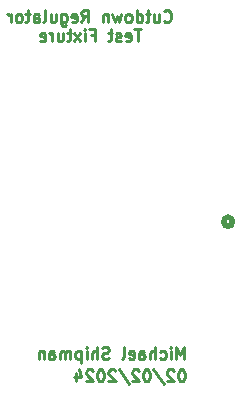
<source format=gbo>
%TF.GenerationSoftware,KiCad,Pcbnew,7.0.5-0*%
%TF.CreationDate,2024-02-02T21:32:53-05:00*%
%TF.ProjectId,Cutdown_Test,43757464-6f77-46e5-9f54-6573742e6b69,rev?*%
%TF.SameCoordinates,Original*%
%TF.FileFunction,Legend,Bot*%
%TF.FilePolarity,Positive*%
%FSLAX46Y46*%
G04 Gerber Fmt 4.6, Leading zero omitted, Abs format (unit mm)*
G04 Created by KiCad (PCBNEW 7.0.5-0) date 2024-02-02 21:32:53*
%MOMM*%
%LPD*%
G01*
G04 APERTURE LIST*
%ADD10C,0.250000*%
%ADD11C,0.508000*%
%ADD12C,0.182463*%
%ADD13C,0.002645*%
%ADD14C,2.200000*%
%ADD15C,2.000000*%
%ADD16C,0.900000*%
%ADD17R,1.700000X1.700000*%
%ADD18O,1.700000X1.700000*%
%ADD19C,0.889000*%
G04 APERTURE END LIST*
D10*
X144806955Y-118564619D02*
X144711717Y-118564619D01*
X144711717Y-118564619D02*
X144616479Y-118612238D01*
X144616479Y-118612238D02*
X144568860Y-118659857D01*
X144568860Y-118659857D02*
X144521241Y-118755095D01*
X144521241Y-118755095D02*
X144473622Y-118945571D01*
X144473622Y-118945571D02*
X144473622Y-119183666D01*
X144473622Y-119183666D02*
X144521241Y-119374142D01*
X144521241Y-119374142D02*
X144568860Y-119469380D01*
X144568860Y-119469380D02*
X144616479Y-119517000D01*
X144616479Y-119517000D02*
X144711717Y-119564619D01*
X144711717Y-119564619D02*
X144806955Y-119564619D01*
X144806955Y-119564619D02*
X144902193Y-119517000D01*
X144902193Y-119517000D02*
X144949812Y-119469380D01*
X144949812Y-119469380D02*
X144997431Y-119374142D01*
X144997431Y-119374142D02*
X145045050Y-119183666D01*
X145045050Y-119183666D02*
X145045050Y-118945571D01*
X145045050Y-118945571D02*
X144997431Y-118755095D01*
X144997431Y-118755095D02*
X144949812Y-118659857D01*
X144949812Y-118659857D02*
X144902193Y-118612238D01*
X144902193Y-118612238D02*
X144806955Y-118564619D01*
X144092669Y-118659857D02*
X144045050Y-118612238D01*
X144045050Y-118612238D02*
X143949812Y-118564619D01*
X143949812Y-118564619D02*
X143711717Y-118564619D01*
X143711717Y-118564619D02*
X143616479Y-118612238D01*
X143616479Y-118612238D02*
X143568860Y-118659857D01*
X143568860Y-118659857D02*
X143521241Y-118755095D01*
X143521241Y-118755095D02*
X143521241Y-118850333D01*
X143521241Y-118850333D02*
X143568860Y-118993190D01*
X143568860Y-118993190D02*
X144140288Y-119564619D01*
X144140288Y-119564619D02*
X143521241Y-119564619D01*
X142378384Y-118517000D02*
X143235526Y-119802714D01*
X141854574Y-118564619D02*
X141759336Y-118564619D01*
X141759336Y-118564619D02*
X141664098Y-118612238D01*
X141664098Y-118612238D02*
X141616479Y-118659857D01*
X141616479Y-118659857D02*
X141568860Y-118755095D01*
X141568860Y-118755095D02*
X141521241Y-118945571D01*
X141521241Y-118945571D02*
X141521241Y-119183666D01*
X141521241Y-119183666D02*
X141568860Y-119374142D01*
X141568860Y-119374142D02*
X141616479Y-119469380D01*
X141616479Y-119469380D02*
X141664098Y-119517000D01*
X141664098Y-119517000D02*
X141759336Y-119564619D01*
X141759336Y-119564619D02*
X141854574Y-119564619D01*
X141854574Y-119564619D02*
X141949812Y-119517000D01*
X141949812Y-119517000D02*
X141997431Y-119469380D01*
X141997431Y-119469380D02*
X142045050Y-119374142D01*
X142045050Y-119374142D02*
X142092669Y-119183666D01*
X142092669Y-119183666D02*
X142092669Y-118945571D01*
X142092669Y-118945571D02*
X142045050Y-118755095D01*
X142045050Y-118755095D02*
X141997431Y-118659857D01*
X141997431Y-118659857D02*
X141949812Y-118612238D01*
X141949812Y-118612238D02*
X141854574Y-118564619D01*
X141140288Y-118659857D02*
X141092669Y-118612238D01*
X141092669Y-118612238D02*
X140997431Y-118564619D01*
X140997431Y-118564619D02*
X140759336Y-118564619D01*
X140759336Y-118564619D02*
X140664098Y-118612238D01*
X140664098Y-118612238D02*
X140616479Y-118659857D01*
X140616479Y-118659857D02*
X140568860Y-118755095D01*
X140568860Y-118755095D02*
X140568860Y-118850333D01*
X140568860Y-118850333D02*
X140616479Y-118993190D01*
X140616479Y-118993190D02*
X141187907Y-119564619D01*
X141187907Y-119564619D02*
X140568860Y-119564619D01*
X139426003Y-118517000D02*
X140283145Y-119802714D01*
X139140288Y-118659857D02*
X139092669Y-118612238D01*
X139092669Y-118612238D02*
X138997431Y-118564619D01*
X138997431Y-118564619D02*
X138759336Y-118564619D01*
X138759336Y-118564619D02*
X138664098Y-118612238D01*
X138664098Y-118612238D02*
X138616479Y-118659857D01*
X138616479Y-118659857D02*
X138568860Y-118755095D01*
X138568860Y-118755095D02*
X138568860Y-118850333D01*
X138568860Y-118850333D02*
X138616479Y-118993190D01*
X138616479Y-118993190D02*
X139187907Y-119564619D01*
X139187907Y-119564619D02*
X138568860Y-119564619D01*
X137949812Y-118564619D02*
X137854574Y-118564619D01*
X137854574Y-118564619D02*
X137759336Y-118612238D01*
X137759336Y-118612238D02*
X137711717Y-118659857D01*
X137711717Y-118659857D02*
X137664098Y-118755095D01*
X137664098Y-118755095D02*
X137616479Y-118945571D01*
X137616479Y-118945571D02*
X137616479Y-119183666D01*
X137616479Y-119183666D02*
X137664098Y-119374142D01*
X137664098Y-119374142D02*
X137711717Y-119469380D01*
X137711717Y-119469380D02*
X137759336Y-119517000D01*
X137759336Y-119517000D02*
X137854574Y-119564619D01*
X137854574Y-119564619D02*
X137949812Y-119564619D01*
X137949812Y-119564619D02*
X138045050Y-119517000D01*
X138045050Y-119517000D02*
X138092669Y-119469380D01*
X138092669Y-119469380D02*
X138140288Y-119374142D01*
X138140288Y-119374142D02*
X138187907Y-119183666D01*
X138187907Y-119183666D02*
X138187907Y-118945571D01*
X138187907Y-118945571D02*
X138140288Y-118755095D01*
X138140288Y-118755095D02*
X138092669Y-118659857D01*
X138092669Y-118659857D02*
X138045050Y-118612238D01*
X138045050Y-118612238D02*
X137949812Y-118564619D01*
X137235526Y-118659857D02*
X137187907Y-118612238D01*
X137187907Y-118612238D02*
X137092669Y-118564619D01*
X137092669Y-118564619D02*
X136854574Y-118564619D01*
X136854574Y-118564619D02*
X136759336Y-118612238D01*
X136759336Y-118612238D02*
X136711717Y-118659857D01*
X136711717Y-118659857D02*
X136664098Y-118755095D01*
X136664098Y-118755095D02*
X136664098Y-118850333D01*
X136664098Y-118850333D02*
X136711717Y-118993190D01*
X136711717Y-118993190D02*
X137283145Y-119564619D01*
X137283145Y-119564619D02*
X136664098Y-119564619D01*
X135806955Y-118897952D02*
X135806955Y-119564619D01*
X136045050Y-118517000D02*
X136283145Y-119231285D01*
X136283145Y-119231285D02*
X135664098Y-119231285D01*
X143285715Y-89059380D02*
X143333334Y-89107000D01*
X143333334Y-89107000D02*
X143476191Y-89154619D01*
X143476191Y-89154619D02*
X143571429Y-89154619D01*
X143571429Y-89154619D02*
X143714286Y-89107000D01*
X143714286Y-89107000D02*
X143809524Y-89011761D01*
X143809524Y-89011761D02*
X143857143Y-88916523D01*
X143857143Y-88916523D02*
X143904762Y-88726047D01*
X143904762Y-88726047D02*
X143904762Y-88583190D01*
X143904762Y-88583190D02*
X143857143Y-88392714D01*
X143857143Y-88392714D02*
X143809524Y-88297476D01*
X143809524Y-88297476D02*
X143714286Y-88202238D01*
X143714286Y-88202238D02*
X143571429Y-88154619D01*
X143571429Y-88154619D02*
X143476191Y-88154619D01*
X143476191Y-88154619D02*
X143333334Y-88202238D01*
X143333334Y-88202238D02*
X143285715Y-88249857D01*
X142428572Y-88487952D02*
X142428572Y-89154619D01*
X142857143Y-88487952D02*
X142857143Y-89011761D01*
X142857143Y-89011761D02*
X142809524Y-89107000D01*
X142809524Y-89107000D02*
X142714286Y-89154619D01*
X142714286Y-89154619D02*
X142571429Y-89154619D01*
X142571429Y-89154619D02*
X142476191Y-89107000D01*
X142476191Y-89107000D02*
X142428572Y-89059380D01*
X142095238Y-88487952D02*
X141714286Y-88487952D01*
X141952381Y-88154619D02*
X141952381Y-89011761D01*
X141952381Y-89011761D02*
X141904762Y-89107000D01*
X141904762Y-89107000D02*
X141809524Y-89154619D01*
X141809524Y-89154619D02*
X141714286Y-89154619D01*
X140952381Y-89154619D02*
X140952381Y-88154619D01*
X140952381Y-89107000D02*
X141047619Y-89154619D01*
X141047619Y-89154619D02*
X141238095Y-89154619D01*
X141238095Y-89154619D02*
X141333333Y-89107000D01*
X141333333Y-89107000D02*
X141380952Y-89059380D01*
X141380952Y-89059380D02*
X141428571Y-88964142D01*
X141428571Y-88964142D02*
X141428571Y-88678428D01*
X141428571Y-88678428D02*
X141380952Y-88583190D01*
X141380952Y-88583190D02*
X141333333Y-88535571D01*
X141333333Y-88535571D02*
X141238095Y-88487952D01*
X141238095Y-88487952D02*
X141047619Y-88487952D01*
X141047619Y-88487952D02*
X140952381Y-88535571D01*
X140333333Y-89154619D02*
X140428571Y-89107000D01*
X140428571Y-89107000D02*
X140476190Y-89059380D01*
X140476190Y-89059380D02*
X140523809Y-88964142D01*
X140523809Y-88964142D02*
X140523809Y-88678428D01*
X140523809Y-88678428D02*
X140476190Y-88583190D01*
X140476190Y-88583190D02*
X140428571Y-88535571D01*
X140428571Y-88535571D02*
X140333333Y-88487952D01*
X140333333Y-88487952D02*
X140190476Y-88487952D01*
X140190476Y-88487952D02*
X140095238Y-88535571D01*
X140095238Y-88535571D02*
X140047619Y-88583190D01*
X140047619Y-88583190D02*
X140000000Y-88678428D01*
X140000000Y-88678428D02*
X140000000Y-88964142D01*
X140000000Y-88964142D02*
X140047619Y-89059380D01*
X140047619Y-89059380D02*
X140095238Y-89107000D01*
X140095238Y-89107000D02*
X140190476Y-89154619D01*
X140190476Y-89154619D02*
X140333333Y-89154619D01*
X139666666Y-88487952D02*
X139476190Y-89154619D01*
X139476190Y-89154619D02*
X139285714Y-88678428D01*
X139285714Y-88678428D02*
X139095238Y-89154619D01*
X139095238Y-89154619D02*
X138904762Y-88487952D01*
X138523809Y-88487952D02*
X138523809Y-89154619D01*
X138523809Y-88583190D02*
X138476190Y-88535571D01*
X138476190Y-88535571D02*
X138380952Y-88487952D01*
X138380952Y-88487952D02*
X138238095Y-88487952D01*
X138238095Y-88487952D02*
X138142857Y-88535571D01*
X138142857Y-88535571D02*
X138095238Y-88630809D01*
X138095238Y-88630809D02*
X138095238Y-89154619D01*
X136285714Y-89154619D02*
X136619047Y-88678428D01*
X136857142Y-89154619D02*
X136857142Y-88154619D01*
X136857142Y-88154619D02*
X136476190Y-88154619D01*
X136476190Y-88154619D02*
X136380952Y-88202238D01*
X136380952Y-88202238D02*
X136333333Y-88249857D01*
X136333333Y-88249857D02*
X136285714Y-88345095D01*
X136285714Y-88345095D02*
X136285714Y-88487952D01*
X136285714Y-88487952D02*
X136333333Y-88583190D01*
X136333333Y-88583190D02*
X136380952Y-88630809D01*
X136380952Y-88630809D02*
X136476190Y-88678428D01*
X136476190Y-88678428D02*
X136857142Y-88678428D01*
X135476190Y-89107000D02*
X135571428Y-89154619D01*
X135571428Y-89154619D02*
X135761904Y-89154619D01*
X135761904Y-89154619D02*
X135857142Y-89107000D01*
X135857142Y-89107000D02*
X135904761Y-89011761D01*
X135904761Y-89011761D02*
X135904761Y-88630809D01*
X135904761Y-88630809D02*
X135857142Y-88535571D01*
X135857142Y-88535571D02*
X135761904Y-88487952D01*
X135761904Y-88487952D02*
X135571428Y-88487952D01*
X135571428Y-88487952D02*
X135476190Y-88535571D01*
X135476190Y-88535571D02*
X135428571Y-88630809D01*
X135428571Y-88630809D02*
X135428571Y-88726047D01*
X135428571Y-88726047D02*
X135904761Y-88821285D01*
X134571428Y-88487952D02*
X134571428Y-89297476D01*
X134571428Y-89297476D02*
X134619047Y-89392714D01*
X134619047Y-89392714D02*
X134666666Y-89440333D01*
X134666666Y-89440333D02*
X134761904Y-89487952D01*
X134761904Y-89487952D02*
X134904761Y-89487952D01*
X134904761Y-89487952D02*
X134999999Y-89440333D01*
X134571428Y-89107000D02*
X134666666Y-89154619D01*
X134666666Y-89154619D02*
X134857142Y-89154619D01*
X134857142Y-89154619D02*
X134952380Y-89107000D01*
X134952380Y-89107000D02*
X134999999Y-89059380D01*
X134999999Y-89059380D02*
X135047618Y-88964142D01*
X135047618Y-88964142D02*
X135047618Y-88678428D01*
X135047618Y-88678428D02*
X134999999Y-88583190D01*
X134999999Y-88583190D02*
X134952380Y-88535571D01*
X134952380Y-88535571D02*
X134857142Y-88487952D01*
X134857142Y-88487952D02*
X134666666Y-88487952D01*
X134666666Y-88487952D02*
X134571428Y-88535571D01*
X133666666Y-88487952D02*
X133666666Y-89154619D01*
X134095237Y-88487952D02*
X134095237Y-89011761D01*
X134095237Y-89011761D02*
X134047618Y-89107000D01*
X134047618Y-89107000D02*
X133952380Y-89154619D01*
X133952380Y-89154619D02*
X133809523Y-89154619D01*
X133809523Y-89154619D02*
X133714285Y-89107000D01*
X133714285Y-89107000D02*
X133666666Y-89059380D01*
X133047618Y-89154619D02*
X133142856Y-89107000D01*
X133142856Y-89107000D02*
X133190475Y-89011761D01*
X133190475Y-89011761D02*
X133190475Y-88154619D01*
X132238094Y-89154619D02*
X132238094Y-88630809D01*
X132238094Y-88630809D02*
X132285713Y-88535571D01*
X132285713Y-88535571D02*
X132380951Y-88487952D01*
X132380951Y-88487952D02*
X132571427Y-88487952D01*
X132571427Y-88487952D02*
X132666665Y-88535571D01*
X132238094Y-89107000D02*
X132333332Y-89154619D01*
X132333332Y-89154619D02*
X132571427Y-89154619D01*
X132571427Y-89154619D02*
X132666665Y-89107000D01*
X132666665Y-89107000D02*
X132714284Y-89011761D01*
X132714284Y-89011761D02*
X132714284Y-88916523D01*
X132714284Y-88916523D02*
X132666665Y-88821285D01*
X132666665Y-88821285D02*
X132571427Y-88773666D01*
X132571427Y-88773666D02*
X132333332Y-88773666D01*
X132333332Y-88773666D02*
X132238094Y-88726047D01*
X131904760Y-88487952D02*
X131523808Y-88487952D01*
X131761903Y-88154619D02*
X131761903Y-89011761D01*
X131761903Y-89011761D02*
X131714284Y-89107000D01*
X131714284Y-89107000D02*
X131619046Y-89154619D01*
X131619046Y-89154619D02*
X131523808Y-89154619D01*
X131047617Y-89154619D02*
X131142855Y-89107000D01*
X131142855Y-89107000D02*
X131190474Y-89059380D01*
X131190474Y-89059380D02*
X131238093Y-88964142D01*
X131238093Y-88964142D02*
X131238093Y-88678428D01*
X131238093Y-88678428D02*
X131190474Y-88583190D01*
X131190474Y-88583190D02*
X131142855Y-88535571D01*
X131142855Y-88535571D02*
X131047617Y-88487952D01*
X131047617Y-88487952D02*
X130904760Y-88487952D01*
X130904760Y-88487952D02*
X130809522Y-88535571D01*
X130809522Y-88535571D02*
X130761903Y-88583190D01*
X130761903Y-88583190D02*
X130714284Y-88678428D01*
X130714284Y-88678428D02*
X130714284Y-88964142D01*
X130714284Y-88964142D02*
X130761903Y-89059380D01*
X130761903Y-89059380D02*
X130809522Y-89107000D01*
X130809522Y-89107000D02*
X130904760Y-89154619D01*
X130904760Y-89154619D02*
X131047617Y-89154619D01*
X130285712Y-89154619D02*
X130285712Y-88487952D01*
X130285712Y-88678428D02*
X130238093Y-88583190D01*
X130238093Y-88583190D02*
X130190474Y-88535571D01*
X130190474Y-88535571D02*
X130095236Y-88487952D01*
X130095236Y-88487952D02*
X129999998Y-88487952D01*
X141333333Y-89764619D02*
X140761905Y-89764619D01*
X141047619Y-90764619D02*
X141047619Y-89764619D01*
X140047619Y-90717000D02*
X140142857Y-90764619D01*
X140142857Y-90764619D02*
X140333333Y-90764619D01*
X140333333Y-90764619D02*
X140428571Y-90717000D01*
X140428571Y-90717000D02*
X140476190Y-90621761D01*
X140476190Y-90621761D02*
X140476190Y-90240809D01*
X140476190Y-90240809D02*
X140428571Y-90145571D01*
X140428571Y-90145571D02*
X140333333Y-90097952D01*
X140333333Y-90097952D02*
X140142857Y-90097952D01*
X140142857Y-90097952D02*
X140047619Y-90145571D01*
X140047619Y-90145571D02*
X140000000Y-90240809D01*
X140000000Y-90240809D02*
X140000000Y-90336047D01*
X140000000Y-90336047D02*
X140476190Y-90431285D01*
X139619047Y-90717000D02*
X139523809Y-90764619D01*
X139523809Y-90764619D02*
X139333333Y-90764619D01*
X139333333Y-90764619D02*
X139238095Y-90717000D01*
X139238095Y-90717000D02*
X139190476Y-90621761D01*
X139190476Y-90621761D02*
X139190476Y-90574142D01*
X139190476Y-90574142D02*
X139238095Y-90478904D01*
X139238095Y-90478904D02*
X139333333Y-90431285D01*
X139333333Y-90431285D02*
X139476190Y-90431285D01*
X139476190Y-90431285D02*
X139571428Y-90383666D01*
X139571428Y-90383666D02*
X139619047Y-90288428D01*
X139619047Y-90288428D02*
X139619047Y-90240809D01*
X139619047Y-90240809D02*
X139571428Y-90145571D01*
X139571428Y-90145571D02*
X139476190Y-90097952D01*
X139476190Y-90097952D02*
X139333333Y-90097952D01*
X139333333Y-90097952D02*
X139238095Y-90145571D01*
X138904761Y-90097952D02*
X138523809Y-90097952D01*
X138761904Y-89764619D02*
X138761904Y-90621761D01*
X138761904Y-90621761D02*
X138714285Y-90717000D01*
X138714285Y-90717000D02*
X138619047Y-90764619D01*
X138619047Y-90764619D02*
X138523809Y-90764619D01*
X137095237Y-90240809D02*
X137428570Y-90240809D01*
X137428570Y-90764619D02*
X137428570Y-89764619D01*
X137428570Y-89764619D02*
X136952380Y-89764619D01*
X136571427Y-90764619D02*
X136571427Y-90097952D01*
X136571427Y-89764619D02*
X136619046Y-89812238D01*
X136619046Y-89812238D02*
X136571427Y-89859857D01*
X136571427Y-89859857D02*
X136523808Y-89812238D01*
X136523808Y-89812238D02*
X136571427Y-89764619D01*
X136571427Y-89764619D02*
X136571427Y-89859857D01*
X136190475Y-90764619D02*
X135666666Y-90097952D01*
X136190475Y-90097952D02*
X135666666Y-90764619D01*
X135428570Y-90097952D02*
X135047618Y-90097952D01*
X135285713Y-89764619D02*
X135285713Y-90621761D01*
X135285713Y-90621761D02*
X135238094Y-90717000D01*
X135238094Y-90717000D02*
X135142856Y-90764619D01*
X135142856Y-90764619D02*
X135047618Y-90764619D01*
X134285713Y-90097952D02*
X134285713Y-90764619D01*
X134714284Y-90097952D02*
X134714284Y-90621761D01*
X134714284Y-90621761D02*
X134666665Y-90717000D01*
X134666665Y-90717000D02*
X134571427Y-90764619D01*
X134571427Y-90764619D02*
X134428570Y-90764619D01*
X134428570Y-90764619D02*
X134333332Y-90717000D01*
X134333332Y-90717000D02*
X134285713Y-90669380D01*
X133809522Y-90764619D02*
X133809522Y-90097952D01*
X133809522Y-90288428D02*
X133761903Y-90193190D01*
X133761903Y-90193190D02*
X133714284Y-90145571D01*
X133714284Y-90145571D02*
X133619046Y-90097952D01*
X133619046Y-90097952D02*
X133523808Y-90097952D01*
X132809522Y-90717000D02*
X132904760Y-90764619D01*
X132904760Y-90764619D02*
X133095236Y-90764619D01*
X133095236Y-90764619D02*
X133190474Y-90717000D01*
X133190474Y-90717000D02*
X133238093Y-90621761D01*
X133238093Y-90621761D02*
X133238093Y-90240809D01*
X133238093Y-90240809D02*
X133190474Y-90145571D01*
X133190474Y-90145571D02*
X133095236Y-90097952D01*
X133095236Y-90097952D02*
X132904760Y-90097952D01*
X132904760Y-90097952D02*
X132809522Y-90145571D01*
X132809522Y-90145571D02*
X132761903Y-90240809D01*
X132761903Y-90240809D02*
X132761903Y-90336047D01*
X132761903Y-90336047D02*
X133238093Y-90431285D01*
X144997431Y-117664619D02*
X144997431Y-116664619D01*
X144997431Y-116664619D02*
X144664098Y-117378904D01*
X144664098Y-117378904D02*
X144330765Y-116664619D01*
X144330765Y-116664619D02*
X144330765Y-117664619D01*
X143854574Y-117664619D02*
X143854574Y-116997952D01*
X143854574Y-116664619D02*
X143902193Y-116712238D01*
X143902193Y-116712238D02*
X143854574Y-116759857D01*
X143854574Y-116759857D02*
X143806955Y-116712238D01*
X143806955Y-116712238D02*
X143854574Y-116664619D01*
X143854574Y-116664619D02*
X143854574Y-116759857D01*
X142949813Y-117617000D02*
X143045051Y-117664619D01*
X143045051Y-117664619D02*
X143235527Y-117664619D01*
X143235527Y-117664619D02*
X143330765Y-117617000D01*
X143330765Y-117617000D02*
X143378384Y-117569380D01*
X143378384Y-117569380D02*
X143426003Y-117474142D01*
X143426003Y-117474142D02*
X143426003Y-117188428D01*
X143426003Y-117188428D02*
X143378384Y-117093190D01*
X143378384Y-117093190D02*
X143330765Y-117045571D01*
X143330765Y-117045571D02*
X143235527Y-116997952D01*
X143235527Y-116997952D02*
X143045051Y-116997952D01*
X143045051Y-116997952D02*
X142949813Y-117045571D01*
X142521241Y-117664619D02*
X142521241Y-116664619D01*
X142092670Y-117664619D02*
X142092670Y-117140809D01*
X142092670Y-117140809D02*
X142140289Y-117045571D01*
X142140289Y-117045571D02*
X142235527Y-116997952D01*
X142235527Y-116997952D02*
X142378384Y-116997952D01*
X142378384Y-116997952D02*
X142473622Y-117045571D01*
X142473622Y-117045571D02*
X142521241Y-117093190D01*
X141187908Y-117664619D02*
X141187908Y-117140809D01*
X141187908Y-117140809D02*
X141235527Y-117045571D01*
X141235527Y-117045571D02*
X141330765Y-116997952D01*
X141330765Y-116997952D02*
X141521241Y-116997952D01*
X141521241Y-116997952D02*
X141616479Y-117045571D01*
X141187908Y-117617000D02*
X141283146Y-117664619D01*
X141283146Y-117664619D02*
X141521241Y-117664619D01*
X141521241Y-117664619D02*
X141616479Y-117617000D01*
X141616479Y-117617000D02*
X141664098Y-117521761D01*
X141664098Y-117521761D02*
X141664098Y-117426523D01*
X141664098Y-117426523D02*
X141616479Y-117331285D01*
X141616479Y-117331285D02*
X141521241Y-117283666D01*
X141521241Y-117283666D02*
X141283146Y-117283666D01*
X141283146Y-117283666D02*
X141187908Y-117236047D01*
X140330765Y-117617000D02*
X140426003Y-117664619D01*
X140426003Y-117664619D02*
X140616479Y-117664619D01*
X140616479Y-117664619D02*
X140711717Y-117617000D01*
X140711717Y-117617000D02*
X140759336Y-117521761D01*
X140759336Y-117521761D02*
X140759336Y-117140809D01*
X140759336Y-117140809D02*
X140711717Y-117045571D01*
X140711717Y-117045571D02*
X140616479Y-116997952D01*
X140616479Y-116997952D02*
X140426003Y-116997952D01*
X140426003Y-116997952D02*
X140330765Y-117045571D01*
X140330765Y-117045571D02*
X140283146Y-117140809D01*
X140283146Y-117140809D02*
X140283146Y-117236047D01*
X140283146Y-117236047D02*
X140759336Y-117331285D01*
X139711717Y-117664619D02*
X139806955Y-117617000D01*
X139806955Y-117617000D02*
X139854574Y-117521761D01*
X139854574Y-117521761D02*
X139854574Y-116664619D01*
X138616478Y-117617000D02*
X138473621Y-117664619D01*
X138473621Y-117664619D02*
X138235526Y-117664619D01*
X138235526Y-117664619D02*
X138140288Y-117617000D01*
X138140288Y-117617000D02*
X138092669Y-117569380D01*
X138092669Y-117569380D02*
X138045050Y-117474142D01*
X138045050Y-117474142D02*
X138045050Y-117378904D01*
X138045050Y-117378904D02*
X138092669Y-117283666D01*
X138092669Y-117283666D02*
X138140288Y-117236047D01*
X138140288Y-117236047D02*
X138235526Y-117188428D01*
X138235526Y-117188428D02*
X138426002Y-117140809D01*
X138426002Y-117140809D02*
X138521240Y-117093190D01*
X138521240Y-117093190D02*
X138568859Y-117045571D01*
X138568859Y-117045571D02*
X138616478Y-116950333D01*
X138616478Y-116950333D02*
X138616478Y-116855095D01*
X138616478Y-116855095D02*
X138568859Y-116759857D01*
X138568859Y-116759857D02*
X138521240Y-116712238D01*
X138521240Y-116712238D02*
X138426002Y-116664619D01*
X138426002Y-116664619D02*
X138187907Y-116664619D01*
X138187907Y-116664619D02*
X138045050Y-116712238D01*
X137616478Y-117664619D02*
X137616478Y-116664619D01*
X137187907Y-117664619D02*
X137187907Y-117140809D01*
X137187907Y-117140809D02*
X137235526Y-117045571D01*
X137235526Y-117045571D02*
X137330764Y-116997952D01*
X137330764Y-116997952D02*
X137473621Y-116997952D01*
X137473621Y-116997952D02*
X137568859Y-117045571D01*
X137568859Y-117045571D02*
X137616478Y-117093190D01*
X136711716Y-117664619D02*
X136711716Y-116997952D01*
X136711716Y-116664619D02*
X136759335Y-116712238D01*
X136759335Y-116712238D02*
X136711716Y-116759857D01*
X136711716Y-116759857D02*
X136664097Y-116712238D01*
X136664097Y-116712238D02*
X136711716Y-116664619D01*
X136711716Y-116664619D02*
X136711716Y-116759857D01*
X136235526Y-116997952D02*
X136235526Y-117997952D01*
X136235526Y-117045571D02*
X136140288Y-116997952D01*
X136140288Y-116997952D02*
X135949812Y-116997952D01*
X135949812Y-116997952D02*
X135854574Y-117045571D01*
X135854574Y-117045571D02*
X135806955Y-117093190D01*
X135806955Y-117093190D02*
X135759336Y-117188428D01*
X135759336Y-117188428D02*
X135759336Y-117474142D01*
X135759336Y-117474142D02*
X135806955Y-117569380D01*
X135806955Y-117569380D02*
X135854574Y-117617000D01*
X135854574Y-117617000D02*
X135949812Y-117664619D01*
X135949812Y-117664619D02*
X136140288Y-117664619D01*
X136140288Y-117664619D02*
X136235526Y-117617000D01*
X135330764Y-117664619D02*
X135330764Y-116997952D01*
X135330764Y-117093190D02*
X135283145Y-117045571D01*
X135283145Y-117045571D02*
X135187907Y-116997952D01*
X135187907Y-116997952D02*
X135045050Y-116997952D01*
X135045050Y-116997952D02*
X134949812Y-117045571D01*
X134949812Y-117045571D02*
X134902193Y-117140809D01*
X134902193Y-117140809D02*
X134902193Y-117664619D01*
X134902193Y-117140809D02*
X134854574Y-117045571D01*
X134854574Y-117045571D02*
X134759336Y-116997952D01*
X134759336Y-116997952D02*
X134616479Y-116997952D01*
X134616479Y-116997952D02*
X134521240Y-117045571D01*
X134521240Y-117045571D02*
X134473621Y-117140809D01*
X134473621Y-117140809D02*
X134473621Y-117664619D01*
X133568860Y-117664619D02*
X133568860Y-117140809D01*
X133568860Y-117140809D02*
X133616479Y-117045571D01*
X133616479Y-117045571D02*
X133711717Y-116997952D01*
X133711717Y-116997952D02*
X133902193Y-116997952D01*
X133902193Y-116997952D02*
X133997431Y-117045571D01*
X133568860Y-117617000D02*
X133664098Y-117664619D01*
X133664098Y-117664619D02*
X133902193Y-117664619D01*
X133902193Y-117664619D02*
X133997431Y-117617000D01*
X133997431Y-117617000D02*
X134045050Y-117521761D01*
X134045050Y-117521761D02*
X134045050Y-117426523D01*
X134045050Y-117426523D02*
X133997431Y-117331285D01*
X133997431Y-117331285D02*
X133902193Y-117283666D01*
X133902193Y-117283666D02*
X133664098Y-117283666D01*
X133664098Y-117283666D02*
X133568860Y-117236047D01*
X133092669Y-116997952D02*
X133092669Y-117664619D01*
X133092669Y-117093190D02*
X133045050Y-117045571D01*
X133045050Y-117045571D02*
X132949812Y-116997952D01*
X132949812Y-116997952D02*
X132806955Y-116997952D01*
X132806955Y-116997952D02*
X132711717Y-117045571D01*
X132711717Y-117045571D02*
X132664098Y-117140809D01*
X132664098Y-117140809D02*
X132664098Y-117664619D01*
D11*
%TO.C,SW1*%
X149079101Y-106059500D02*
G75*
G03*
X149079101Y-106059500I-381000J0D01*
G01*
%TD*%
%LPC*%
D12*
%TO.C,REF\u002A\u002A*%
X131763044Y-120375593D02*
X131830415Y-120426903D01*
X131692593Y-120318148D02*
X131763044Y-120375593D01*
X131652190Y-120283430D02*
X131692593Y-120318148D01*
X131609865Y-120245459D02*
X131652190Y-120283430D01*
X131566764Y-120204792D02*
X131609865Y-120245459D01*
X131524035Y-120161987D02*
X131566764Y-120204792D01*
X131482824Y-120117601D02*
X131524035Y-120161987D01*
X131444278Y-120072194D02*
X131482824Y-120117601D01*
X131409544Y-120026321D02*
X131444278Y-120072194D01*
X131393965Y-120003385D02*
X131409544Y-120026321D01*
X131379770Y-119980542D02*
X131393965Y-120003385D01*
X131367100Y-119957861D02*
X131379770Y-119980542D01*
X131356101Y-119935413D02*
X131367100Y-119957861D01*
X131346914Y-119913267D02*
X131356101Y-119935413D01*
X131339685Y-119891492D02*
X131346914Y-119913267D01*
X131339685Y-119891492D02*
X131339685Y-119891492D01*
X131330111Y-119853233D02*
X131339685Y-119891492D01*
X131321930Y-119810685D02*
X131330111Y-119853233D01*
X131314982Y-119764555D02*
X131321930Y-119810685D01*
X131309113Y-119715554D02*
X131314982Y-119764555D01*
X131299983Y-119611777D02*
X131309113Y-119715554D01*
X131293285Y-119505029D02*
X131299983Y-119611777D01*
X131282173Y-119305318D02*
X131293285Y-119505029D01*
X131275253Y-119223706D02*
X131282173Y-119305318D01*
X131270904Y-119189945D02*
X131275253Y-119223706D01*
X131265752Y-119161824D02*
X131270904Y-119189945D01*
X131265752Y-119161824D02*
X131265752Y-119161824D01*
X131261058Y-119142098D02*
X131265752Y-119161824D01*
X131255907Y-119122761D02*
X131261058Y-119142098D01*
X131250339Y-119103829D02*
X131255907Y-119122761D01*
X131244395Y-119085316D02*
X131250339Y-119103829D01*
X131238113Y-119067240D02*
X131244395Y-119085316D01*
X131231533Y-119049615D02*
X131238113Y-119067240D01*
X131224696Y-119032457D02*
X131231533Y-119049615D01*
X131217641Y-119015781D02*
X131224696Y-119032457D01*
X131210407Y-118999604D02*
X131217641Y-119015781D01*
X131203035Y-118983940D02*
X131210407Y-118999604D01*
X131195563Y-118968805D02*
X131203035Y-118983940D01*
X131188032Y-118954214D02*
X131195563Y-118968805D01*
X131172951Y-118926730D02*
X131188032Y-118954214D01*
X131158109Y-118901610D02*
X131172951Y-118926730D01*
X131143824Y-118878980D02*
X131158109Y-118901610D01*
X131130413Y-118858964D02*
X131143824Y-118878980D01*
X131118194Y-118841686D02*
X131130413Y-118858964D01*
X131107484Y-118827270D02*
X131118194Y-118841686D01*
X131091864Y-118807524D02*
X131107484Y-118827270D01*
X131086092Y-118800721D02*
X131091864Y-118807524D01*
D13*
X131271859Y-118785296D02*
X130936126Y-118931478D01*
X130873875Y-118559209D01*
X131041743Y-118486105D01*
X131271859Y-118785296D01*
G36*
X131271859Y-118785296D02*
G01*
X130936126Y-118931478D01*
X130873875Y-118559209D01*
X131041743Y-118486105D01*
X131271859Y-118785296D01*
G37*
X130441040Y-116085957D02*
X130520609Y-116094578D01*
X130599190Y-116108922D01*
X130676468Y-116128861D01*
X130752129Y-116154268D01*
X130825857Y-116185014D01*
X130897338Y-116220971D01*
X130966255Y-116262012D01*
X131032296Y-116308008D01*
X131095144Y-116358830D01*
X131154484Y-116414351D01*
X131210003Y-116474444D01*
X131261383Y-116538979D01*
X131308312Y-116607828D01*
X131350474Y-116680864D01*
X131387553Y-116757958D01*
X131429157Y-116867278D01*
X131463318Y-116986245D01*
X131489741Y-117112967D01*
X131508129Y-117245557D01*
X131518187Y-117382125D01*
X131519618Y-117520782D01*
X131512127Y-117659637D01*
X131495416Y-117796803D01*
X131469191Y-117930389D01*
X131433154Y-118058507D01*
X131387010Y-118179267D01*
X131360055Y-118236297D01*
X131330462Y-118290779D01*
X131298195Y-118342477D01*
X131263215Y-118391155D01*
X131225487Y-118436576D01*
X131184973Y-118478505D01*
X131141636Y-118516705D01*
X131095438Y-118550940D01*
X131046344Y-118580974D01*
X130994316Y-118606570D01*
X130940134Y-118627221D01*
X130884701Y-118642701D01*
X130828168Y-118653197D01*
X130770680Y-118658899D01*
X130712385Y-118659994D01*
X130653432Y-118656669D01*
X130593967Y-118649114D01*
X130534140Y-118637516D01*
X130474096Y-118622062D01*
X130413984Y-118602942D01*
X130353952Y-118580342D01*
X130294147Y-118554452D01*
X130234717Y-118525458D01*
X130175809Y-118493550D01*
X130060152Y-118421739D01*
X129948357Y-118340525D01*
X129841605Y-118251411D01*
X129741078Y-118155901D01*
X129647957Y-118055499D01*
X129563424Y-117951709D01*
X129488659Y-117846035D01*
X129424845Y-117739981D01*
X129373161Y-117635052D01*
X129351657Y-117582064D01*
X129333030Y-117528604D01*
X129317244Y-117474766D01*
X129304263Y-117420644D01*
X129294051Y-117366333D01*
X129286574Y-117311926D01*
X129281794Y-117257518D01*
X129279676Y-117203204D01*
X129280185Y-117149076D01*
X129283284Y-117095230D01*
X129288938Y-117041760D01*
X129297111Y-116988759D01*
X129307768Y-116936322D01*
X129320872Y-116884544D01*
X129336388Y-116833518D01*
X129354280Y-116783339D01*
X129374512Y-116734101D01*
X129397049Y-116685897D01*
X129421854Y-116638823D01*
X129448892Y-116592973D01*
X129478128Y-116548440D01*
X129509524Y-116505319D01*
X129543047Y-116463704D01*
X129578659Y-116423689D01*
X129616326Y-116385369D01*
X129656010Y-116348837D01*
X129697678Y-116314189D01*
X129741292Y-116281517D01*
X129786817Y-116250917D01*
X129834218Y-116222482D01*
X129883457Y-116196307D01*
X129934501Y-116172486D01*
X129960538Y-116161549D01*
X129986711Y-116151350D01*
X130013007Y-116141883D01*
X130039415Y-116133144D01*
X130065923Y-116125126D01*
X130092520Y-116117826D01*
X130119194Y-116111238D01*
X130145933Y-116105358D01*
X130172726Y-116100180D01*
X130199561Y-116095700D01*
X130226426Y-116091912D01*
X130253310Y-116088812D01*
X130280200Y-116086395D01*
X130307087Y-116084655D01*
X130333956Y-116083588D01*
X130360798Y-116083189D01*
X130441040Y-116085957D01*
G36*
X130441040Y-116085957D02*
G01*
X130520609Y-116094578D01*
X130599190Y-116108922D01*
X130676468Y-116128861D01*
X130752129Y-116154268D01*
X130825857Y-116185014D01*
X130897338Y-116220971D01*
X130966255Y-116262012D01*
X131032296Y-116308008D01*
X131095144Y-116358830D01*
X131154484Y-116414351D01*
X131210003Y-116474444D01*
X131261383Y-116538979D01*
X131308312Y-116607828D01*
X131350474Y-116680864D01*
X131387553Y-116757958D01*
X131429157Y-116867278D01*
X131463318Y-116986245D01*
X131489741Y-117112967D01*
X131508129Y-117245557D01*
X131518187Y-117382125D01*
X131519618Y-117520782D01*
X131512127Y-117659637D01*
X131495416Y-117796803D01*
X131469191Y-117930389D01*
X131433154Y-118058507D01*
X131387010Y-118179267D01*
X131360055Y-118236297D01*
X131330462Y-118290779D01*
X131298195Y-118342477D01*
X131263215Y-118391155D01*
X131225487Y-118436576D01*
X131184973Y-118478505D01*
X131141636Y-118516705D01*
X131095438Y-118550940D01*
X131046344Y-118580974D01*
X130994316Y-118606570D01*
X130940134Y-118627221D01*
X130884701Y-118642701D01*
X130828168Y-118653197D01*
X130770680Y-118658899D01*
X130712385Y-118659994D01*
X130653432Y-118656669D01*
X130593967Y-118649114D01*
X130534140Y-118637516D01*
X130474096Y-118622062D01*
X130413984Y-118602942D01*
X130353952Y-118580342D01*
X130294147Y-118554452D01*
X130234717Y-118525458D01*
X130175809Y-118493550D01*
X130060152Y-118421739D01*
X129948357Y-118340525D01*
X129841605Y-118251411D01*
X129741078Y-118155901D01*
X129647957Y-118055499D01*
X129563424Y-117951709D01*
X129488659Y-117846035D01*
X129424845Y-117739981D01*
X129373161Y-117635052D01*
X129351657Y-117582064D01*
X129333030Y-117528604D01*
X129317244Y-117474766D01*
X129304263Y-117420644D01*
X129294051Y-117366333D01*
X129286574Y-117311926D01*
X129281794Y-117257518D01*
X129279676Y-117203204D01*
X129280185Y-117149076D01*
X129283284Y-117095230D01*
X129288938Y-117041760D01*
X129297111Y-116988759D01*
X129307768Y-116936322D01*
X129320872Y-116884544D01*
X129336388Y-116833518D01*
X129354280Y-116783339D01*
X129374512Y-116734101D01*
X129397049Y-116685897D01*
X129421854Y-116638823D01*
X129448892Y-116592973D01*
X129478128Y-116548440D01*
X129509524Y-116505319D01*
X129543047Y-116463704D01*
X129578659Y-116423689D01*
X129616326Y-116385369D01*
X129656010Y-116348837D01*
X129697678Y-116314189D01*
X129741292Y-116281517D01*
X129786817Y-116250917D01*
X129834218Y-116222482D01*
X129883457Y-116196307D01*
X129934501Y-116172486D01*
X129960538Y-116161549D01*
X129986711Y-116151350D01*
X130013007Y-116141883D01*
X130039415Y-116133144D01*
X130065923Y-116125126D01*
X130092520Y-116117826D01*
X130119194Y-116111238D01*
X130145933Y-116105358D01*
X130172726Y-116100180D01*
X130199561Y-116095700D01*
X130226426Y-116091912D01*
X130253310Y-116088812D01*
X130280200Y-116086395D01*
X130307087Y-116084655D01*
X130333956Y-116083588D01*
X130360798Y-116083189D01*
X130441040Y-116085957D01*
G37*
%TD*%
D14*
%TO.C,H1*%
X126300000Y-89700000D03*
%TD*%
D15*
%TO.C,TP8*%
X147500000Y-113800000D03*
%TD*%
D14*
%TO.C,H4*%
X148200000Y-118200000D03*
%TD*%
D16*
%TO.C,U1*%
X135050000Y-106650000D03*
X135050000Y-107850000D03*
X135050000Y-109050000D03*
X136450000Y-106650000D03*
X136450000Y-107850000D03*
X136450000Y-109050000D03*
%TD*%
D17*
%TO.C,J2*%
X128500000Y-109900000D03*
D18*
X125960000Y-109900000D03*
%TD*%
D15*
%TO.C,TP6*%
X128800000Y-113500000D03*
%TD*%
D14*
%TO.C,H3*%
X126300000Y-118200000D03*
%TD*%
%TO.C,H2*%
X148200000Y-89700000D03*
%TD*%
D19*
%TO.C,SW1*%
X146498100Y-103299998D03*
X146498100Y-96500002D03*
%TD*%
D15*
%TO.C,TP5*%
X148600000Y-110500000D03*
%TD*%
D17*
%TO.C,J1*%
X126400000Y-104775000D03*
D18*
X126400000Y-102235000D03*
%TD*%
D15*
%TO.C,TP2*%
X126300000Y-97000000D03*
%TD*%
%TO.C,TP3*%
X145000000Y-93300000D03*
%TD*%
%TO.C,TP1*%
X125400000Y-113500000D03*
%TD*%
%LPD*%
M02*

</source>
